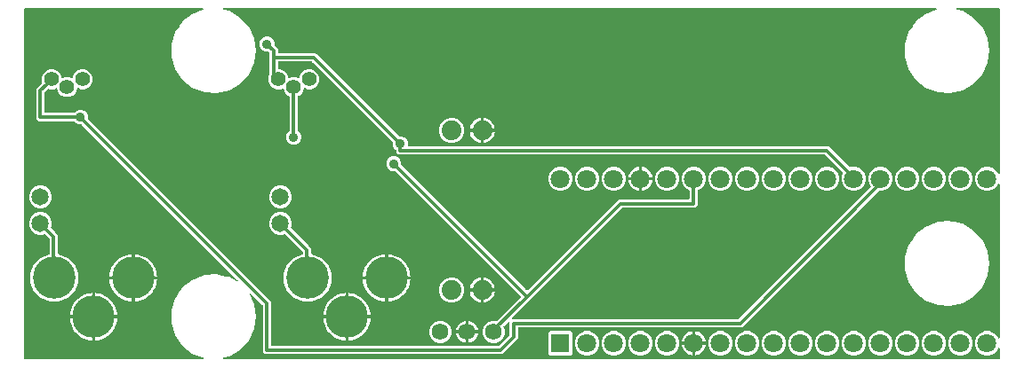
<source format=gbr>
G04 EAGLE Gerber RS-274X export*
G75*
%MOMM*%
%FSLAX34Y34*%
%LPD*%
%INBottom Copper*%
%IPPOS*%
%AMOC8*
5,1,8,0,0,1.08239X$1,22.5*%
G01*
%ADD10C,1.651000*%
%ADD11R,1.800000X1.800000*%
%ADD12C,1.800000*%
%ADD13C,1.590000*%
%ADD14C,4.039000*%
%ADD15C,1.879600*%
%ADD16C,1.388000*%
%ADD17C,1.400000*%
%ADD18C,0.304800*%
%ADD19C,0.914400*%

G36*
X180152Y-2522D02*
X180152Y-2522D01*
X180256Y-2511D01*
X180273Y-2503D01*
X180292Y-2500D01*
X180384Y-2451D01*
X180479Y-2406D01*
X180493Y-2393D01*
X180509Y-2384D01*
X180581Y-2309D01*
X180657Y-2237D01*
X180666Y-2220D01*
X180679Y-2206D01*
X180723Y-2111D01*
X180771Y-2019D01*
X180774Y-2000D01*
X180782Y-1983D01*
X180794Y-1879D01*
X180810Y-1776D01*
X180807Y-1757D01*
X180809Y-1739D01*
X180787Y-1637D01*
X180770Y-1534D01*
X180761Y-1517D01*
X180757Y-1498D01*
X180704Y-1409D01*
X180654Y-1316D01*
X180641Y-1303D01*
X180631Y-1287D01*
X180552Y-1219D01*
X180476Y-1148D01*
X180455Y-1137D01*
X180444Y-1127D01*
X180414Y-1115D01*
X180327Y-1069D01*
X170184Y2912D01*
X160715Y10463D01*
X153892Y20470D01*
X150322Y32044D01*
X150322Y44156D01*
X153892Y55730D01*
X155394Y57933D01*
X156432Y59455D01*
X157470Y60978D01*
X159027Y63261D01*
X159027Y63262D01*
X160065Y64784D01*
X160715Y65737D01*
X170184Y73288D01*
X181458Y77713D01*
X193536Y78619D01*
X195494Y78172D01*
X198829Y77411D01*
X198829Y77410D01*
X202164Y76649D01*
X205345Y75923D01*
X212365Y71870D01*
X212388Y71862D01*
X212407Y71848D01*
X212502Y71818D01*
X212595Y71783D01*
X212619Y71782D01*
X212642Y71775D01*
X212741Y71778D01*
X212841Y71774D01*
X212864Y71781D01*
X212888Y71782D01*
X212981Y71816D01*
X213077Y71844D01*
X213097Y71858D01*
X213119Y71866D01*
X213197Y71928D01*
X213278Y71985D01*
X213292Y72005D01*
X213311Y72020D01*
X213365Y72104D01*
X213424Y72183D01*
X213431Y72206D01*
X213444Y72227D01*
X213468Y72323D01*
X213499Y72418D01*
X213498Y72442D01*
X213504Y72465D01*
X213496Y72564D01*
X213495Y72664D01*
X213487Y72686D01*
X213485Y72710D01*
X213446Y72802D01*
X213413Y72896D01*
X213398Y72915D01*
X213389Y72937D01*
X213284Y73068D01*
X65087Y221264D01*
X65013Y221317D01*
X64944Y221377D01*
X64914Y221389D01*
X64888Y221408D01*
X64801Y221435D01*
X64716Y221469D01*
X64675Y221473D01*
X64652Y221480D01*
X64620Y221479D01*
X64549Y221487D01*
X62085Y221487D01*
X59471Y222570D01*
X57729Y224312D01*
X57655Y224365D01*
X57585Y224425D01*
X57555Y224437D01*
X57529Y224456D01*
X57442Y224483D01*
X57357Y224517D01*
X57316Y224521D01*
X57294Y224528D01*
X57262Y224527D01*
X57190Y224535D01*
X23716Y224535D01*
X21335Y226916D01*
X21335Y255684D01*
X26784Y261132D01*
X26852Y261227D01*
X26922Y261321D01*
X26924Y261327D01*
X26927Y261332D01*
X26962Y261443D01*
X26998Y261555D01*
X26998Y261561D01*
X27000Y261567D01*
X26997Y261684D01*
X26996Y261801D01*
X26993Y261808D01*
X26993Y261813D01*
X26987Y261830D01*
X26949Y261962D01*
X26559Y262902D01*
X26559Y266698D01*
X28012Y270204D01*
X30696Y272888D01*
X34202Y274341D01*
X37998Y274341D01*
X41504Y272888D01*
X44188Y270204D01*
X45641Y266698D01*
X45641Y266629D01*
X45648Y266584D01*
X45646Y266538D01*
X45668Y266463D01*
X45680Y266386D01*
X45702Y266346D01*
X45715Y266302D01*
X45759Y266238D01*
X45796Y266169D01*
X45829Y266137D01*
X45855Y266100D01*
X45917Y266053D01*
X45974Y266000D01*
X46016Y265980D01*
X46052Y265953D01*
X46126Y265929D01*
X46197Y265896D01*
X46243Y265891D01*
X46286Y265877D01*
X46364Y265877D01*
X46441Y265869D01*
X46486Y265879D01*
X46532Y265879D01*
X46664Y265917D01*
X46682Y265921D01*
X46686Y265924D01*
X46693Y265926D01*
X48902Y266841D01*
X52698Y266841D01*
X54967Y265901D01*
X55011Y265890D01*
X55053Y265871D01*
X55130Y265863D01*
X55206Y265845D01*
X55252Y265849D01*
X55297Y265844D01*
X55374Y265861D01*
X55451Y265868D01*
X55493Y265886D01*
X55538Y265896D01*
X55605Y265936D01*
X55676Y265968D01*
X55710Y265999D01*
X55749Y266022D01*
X55799Y266081D01*
X55857Y266134D01*
X55879Y266174D01*
X55909Y266209D01*
X55938Y266282D01*
X55975Y266350D01*
X55984Y266395D01*
X56001Y266437D01*
X56016Y266573D01*
X56019Y266592D01*
X56018Y266597D01*
X56019Y266604D01*
X56019Y266686D01*
X57463Y270170D01*
X60130Y272837D01*
X63614Y274281D01*
X67386Y274281D01*
X70870Y272837D01*
X73537Y270170D01*
X74981Y266686D01*
X74981Y262914D01*
X73537Y259430D01*
X70870Y256763D01*
X67386Y255319D01*
X63614Y255319D01*
X61393Y256239D01*
X61349Y256250D01*
X61307Y256269D01*
X61230Y256278D01*
X61154Y256295D01*
X61108Y256291D01*
X61063Y256296D01*
X60986Y256280D01*
X60909Y256272D01*
X60867Y256254D01*
X60822Y256244D01*
X60755Y256204D01*
X60684Y256172D01*
X60650Y256141D01*
X60611Y256118D01*
X60560Y256059D01*
X60503Y256006D01*
X60481Y255966D01*
X60451Y255931D01*
X60422Y255859D01*
X60385Y255790D01*
X60377Y255746D01*
X60369Y255730D01*
X60368Y255725D01*
X60359Y255703D01*
X60344Y255567D01*
X60341Y255548D01*
X60342Y255543D01*
X60341Y255536D01*
X60341Y255402D01*
X58888Y251896D01*
X56204Y249212D01*
X52698Y247759D01*
X48902Y247759D01*
X45396Y249212D01*
X42712Y251896D01*
X41259Y255402D01*
X41259Y255471D01*
X41252Y255516D01*
X41254Y255562D01*
X41232Y255637D01*
X41220Y255714D01*
X41198Y255754D01*
X41185Y255798D01*
X41141Y255862D01*
X41104Y255931D01*
X41071Y255963D01*
X41045Y256000D01*
X40983Y256047D01*
X40926Y256100D01*
X40884Y256120D01*
X40848Y256147D01*
X40774Y256171D01*
X40703Y256204D01*
X40657Y256209D01*
X40614Y256223D01*
X40536Y256223D01*
X40459Y256231D01*
X40414Y256221D01*
X40368Y256221D01*
X40236Y256183D01*
X40218Y256179D01*
X40214Y256176D01*
X40207Y256174D01*
X37998Y255259D01*
X34202Y255259D01*
X33403Y255590D01*
X33290Y255617D01*
X33176Y255645D01*
X33170Y255645D01*
X33164Y255646D01*
X33047Y255635D01*
X32931Y255626D01*
X32925Y255624D01*
X32919Y255623D01*
X32811Y255575D01*
X32705Y255530D01*
X32699Y255525D01*
X32694Y255523D01*
X32680Y255511D01*
X32574Y255425D01*
X29688Y252539D01*
X29635Y252465D01*
X29575Y252396D01*
X29563Y252366D01*
X29544Y252340D01*
X29517Y252252D01*
X29483Y252168D01*
X29479Y252127D01*
X29472Y252104D01*
X29473Y252072D01*
X29465Y252001D01*
X29465Y233426D01*
X29466Y233415D01*
X29466Y233409D01*
X29467Y233401D01*
X29466Y233387D01*
X29488Y233285D01*
X29504Y233183D01*
X29514Y233166D01*
X29518Y233146D01*
X29571Y233057D01*
X29620Y232966D01*
X29634Y232952D01*
X29644Y232935D01*
X29723Y232868D01*
X29798Y232796D01*
X29816Y232788D01*
X29831Y232775D01*
X29927Y232736D01*
X30021Y232693D01*
X30041Y232691D01*
X30059Y232683D01*
X30226Y232665D01*
X57190Y232665D01*
X57281Y232679D01*
X57371Y232687D01*
X57401Y232699D01*
X57433Y232704D01*
X57514Y232747D01*
X57598Y232783D01*
X57630Y232809D01*
X57651Y232820D01*
X57671Y232841D01*
X57673Y232842D01*
X57677Y232847D01*
X57729Y232888D01*
X59471Y234630D01*
X62085Y235713D01*
X64915Y235713D01*
X67529Y234630D01*
X69530Y232629D01*
X70613Y230015D01*
X70613Y227551D01*
X70627Y227461D01*
X70635Y227370D01*
X70647Y227340D01*
X70652Y227308D01*
X70695Y227228D01*
X70731Y227144D01*
X70757Y227112D01*
X70768Y227091D01*
X70791Y227069D01*
X70836Y227013D01*
X245365Y52484D01*
X245365Y11176D01*
X245368Y11156D01*
X245366Y11137D01*
X245388Y11035D01*
X245404Y10933D01*
X245414Y10916D01*
X245418Y10896D01*
X245471Y10807D01*
X245520Y10716D01*
X245534Y10702D01*
X245544Y10685D01*
X245623Y10618D01*
X245698Y10546D01*
X245716Y10538D01*
X245731Y10525D01*
X245827Y10486D01*
X245921Y10443D01*
X245941Y10441D01*
X245959Y10433D01*
X246126Y10415D01*
X461551Y10415D01*
X461641Y10429D01*
X461732Y10437D01*
X461762Y10449D01*
X461794Y10454D01*
X461874Y10497D01*
X461958Y10533D01*
X461990Y10559D01*
X462011Y10570D01*
X462033Y10593D01*
X462089Y10638D01*
X471962Y20511D01*
X472015Y20585D01*
X472075Y20654D01*
X472087Y20684D01*
X472106Y20710D01*
X472133Y20797D01*
X472146Y20830D01*
X472157Y20855D01*
X472158Y20860D01*
X472167Y20882D01*
X472171Y20923D01*
X472178Y20946D01*
X472177Y20978D01*
X472185Y21049D01*
X472185Y32799D01*
X472174Y32870D01*
X472172Y32942D01*
X472154Y32991D01*
X472146Y33042D01*
X472112Y33105D01*
X472087Y33173D01*
X472055Y33213D01*
X472030Y33259D01*
X471979Y33309D01*
X471934Y33365D01*
X471890Y33393D01*
X471852Y33429D01*
X471787Y33459D01*
X471727Y33498D01*
X471676Y33510D01*
X471629Y33532D01*
X471558Y33540D01*
X471488Y33558D01*
X471436Y33554D01*
X471385Y33559D01*
X471314Y33544D01*
X471243Y33538D01*
X471195Y33518D01*
X471144Y33507D01*
X471083Y33470D01*
X471017Y33442D01*
X470961Y33397D01*
X470933Y33381D01*
X470918Y33363D01*
X470886Y33337D01*
X466745Y29197D01*
X466702Y29136D01*
X466667Y29100D01*
X466654Y29071D01*
X466607Y29008D01*
X466605Y29002D01*
X466602Y28997D01*
X466568Y28886D01*
X466567Y28883D01*
X466564Y28877D01*
X466563Y28873D01*
X466531Y28774D01*
X466531Y28768D01*
X466529Y28762D01*
X466533Y28645D01*
X466534Y28529D01*
X466536Y28521D01*
X466536Y28516D01*
X466542Y28499D01*
X466580Y28367D01*
X467691Y25687D01*
X467691Y21513D01*
X466094Y17657D01*
X463143Y14706D01*
X459287Y13109D01*
X455113Y13109D01*
X451257Y14706D01*
X448306Y17657D01*
X446709Y21513D01*
X446709Y25687D01*
X448306Y29543D01*
X451257Y32494D01*
X455113Y34091D01*
X459287Y34091D01*
X459422Y34035D01*
X459535Y34008D01*
X459649Y33980D01*
X459655Y33980D01*
X459661Y33979D01*
X459778Y33990D01*
X459894Y33999D01*
X459900Y34001D01*
X459906Y34002D01*
X460014Y34050D01*
X460120Y34095D01*
X460126Y34100D01*
X460131Y34102D01*
X460145Y34114D01*
X460194Y34154D01*
X460197Y34156D01*
X460200Y34159D01*
X460251Y34200D01*
X482663Y56612D01*
X482675Y56628D01*
X482691Y56640D01*
X482747Y56728D01*
X482807Y56811D01*
X482813Y56830D01*
X482824Y56847D01*
X482849Y56948D01*
X482879Y57047D01*
X482879Y57066D01*
X482884Y57086D01*
X482876Y57189D01*
X482873Y57292D01*
X482866Y57311D01*
X482864Y57331D01*
X482824Y57426D01*
X482788Y57523D01*
X482776Y57539D01*
X482768Y57557D01*
X482663Y57688D01*
X363537Y176814D01*
X363463Y176867D01*
X363394Y176927D01*
X363364Y176939D01*
X363338Y176958D01*
X363251Y176985D01*
X363166Y177019D01*
X363125Y177023D01*
X363102Y177030D01*
X363070Y177029D01*
X362999Y177037D01*
X360535Y177037D01*
X357921Y178120D01*
X355920Y180121D01*
X354837Y182735D01*
X354837Y185565D01*
X355920Y188179D01*
X357921Y190180D01*
X360535Y191263D01*
X363365Y191263D01*
X365979Y190180D01*
X367980Y188179D01*
X369063Y185565D01*
X369063Y183101D01*
X369077Y183011D01*
X369085Y182920D01*
X369097Y182890D01*
X369102Y182858D01*
X369145Y182778D01*
X369181Y182694D01*
X369207Y182662D01*
X369218Y182641D01*
X369241Y182619D01*
X369286Y182563D01*
X488412Y63437D01*
X488428Y63425D01*
X488440Y63409D01*
X488528Y63353D01*
X488611Y63293D01*
X488630Y63287D01*
X488647Y63276D01*
X488748Y63251D01*
X488847Y63221D01*
X488866Y63221D01*
X488886Y63216D01*
X488989Y63224D01*
X489092Y63227D01*
X489111Y63234D01*
X489131Y63236D01*
X489226Y63276D01*
X489323Y63312D01*
X489339Y63324D01*
X489357Y63332D01*
X489488Y63437D01*
X573562Y147511D01*
X576166Y150115D01*
X642874Y150115D01*
X642894Y150118D01*
X642913Y150116D01*
X643015Y150138D01*
X643117Y150154D01*
X643134Y150164D01*
X643154Y150168D01*
X643243Y150221D01*
X643334Y150270D01*
X643348Y150284D01*
X643365Y150294D01*
X643432Y150373D01*
X643504Y150448D01*
X643512Y150466D01*
X643525Y150481D01*
X643564Y150577D01*
X643607Y150671D01*
X643609Y150691D01*
X643617Y150709D01*
X643635Y150876D01*
X643635Y158383D01*
X643617Y158497D01*
X643599Y158614D01*
X643597Y158620D01*
X643596Y158626D01*
X643541Y158729D01*
X643488Y158834D01*
X643483Y158838D01*
X643480Y158844D01*
X643396Y158923D01*
X643312Y159006D01*
X643306Y159009D01*
X643302Y159013D01*
X643285Y159021D01*
X643165Y159087D01*
X641163Y159916D01*
X637916Y163163D01*
X636159Y167404D01*
X636159Y171996D01*
X637916Y176237D01*
X641163Y179484D01*
X645404Y181241D01*
X649996Y181241D01*
X654237Y179484D01*
X657484Y176237D01*
X659241Y171996D01*
X659241Y167404D01*
X657484Y163163D01*
X654237Y159916D01*
X652235Y159087D01*
X652135Y159025D01*
X652035Y158965D01*
X652031Y158960D01*
X652026Y158957D01*
X651951Y158867D01*
X651875Y158778D01*
X651873Y158772D01*
X651869Y158768D01*
X651827Y158660D01*
X651783Y158550D01*
X651782Y158543D01*
X651781Y158538D01*
X651780Y158520D01*
X651765Y158383D01*
X651765Y144366D01*
X649384Y141985D01*
X579849Y141985D01*
X579759Y141971D01*
X579668Y141963D01*
X579638Y141951D01*
X579606Y141946D01*
X579526Y141903D01*
X579442Y141867D01*
X579410Y141841D01*
X579389Y141830D01*
X579367Y141807D01*
X579311Y141762D01*
X493238Y55689D01*
X490411Y52862D01*
X474663Y37114D01*
X474621Y37056D01*
X474571Y37004D01*
X474549Y36957D01*
X474519Y36915D01*
X474498Y36846D01*
X474468Y36781D01*
X474462Y36729D01*
X474447Y36679D01*
X474449Y36608D01*
X474441Y36537D01*
X474452Y36486D01*
X474453Y36434D01*
X474478Y36366D01*
X474493Y36296D01*
X474520Y36252D01*
X474538Y36203D01*
X474582Y36147D01*
X474619Y36085D01*
X474659Y36051D01*
X474691Y36011D01*
X474752Y35972D01*
X474806Y35925D01*
X474854Y35906D01*
X474898Y35878D01*
X474968Y35860D01*
X475034Y35833D01*
X475106Y35825D01*
X475137Y35817D01*
X475160Y35819D01*
X475201Y35815D01*
X690151Y35815D01*
X690241Y35829D01*
X690332Y35837D01*
X690362Y35849D01*
X690394Y35854D01*
X690474Y35897D01*
X690558Y35933D01*
X690590Y35959D01*
X690611Y35970D01*
X690633Y35993D01*
X690689Y36038D01*
X816227Y161575D01*
X816239Y161592D01*
X816254Y161604D01*
X816310Y161691D01*
X816371Y161775D01*
X816376Y161794D01*
X816387Y161811D01*
X816412Y161911D01*
X816443Y162010D01*
X816442Y162030D01*
X816447Y162049D01*
X816439Y162152D01*
X816437Y162256D01*
X816430Y162275D01*
X816428Y162295D01*
X816388Y162390D01*
X816352Y162487D01*
X816340Y162503D01*
X816332Y162521D01*
X816227Y162652D01*
X815716Y163163D01*
X813959Y167404D01*
X813959Y171996D01*
X815716Y176237D01*
X818963Y179484D01*
X823204Y181241D01*
X827796Y181241D01*
X832037Y179484D01*
X835284Y176237D01*
X837041Y171996D01*
X837041Y167404D01*
X835284Y163163D01*
X832037Y159916D01*
X827796Y158159D01*
X824623Y158159D01*
X824533Y158145D01*
X824442Y158137D01*
X824412Y158125D01*
X824380Y158120D01*
X824300Y158077D01*
X824216Y158041D01*
X824184Y158015D01*
X824163Y158004D01*
X824141Y157981D01*
X824085Y157936D01*
X696438Y30289D01*
X693834Y27685D01*
X481076Y27685D01*
X481056Y27682D01*
X481037Y27684D01*
X480935Y27662D01*
X480833Y27646D01*
X480816Y27636D01*
X480796Y27632D01*
X480707Y27579D01*
X480616Y27530D01*
X480602Y27516D01*
X480585Y27506D01*
X480518Y27427D01*
X480446Y27352D01*
X480438Y27334D01*
X480425Y27319D01*
X480386Y27223D01*
X480343Y27129D01*
X480341Y27109D01*
X480333Y27091D01*
X480315Y26924D01*
X480315Y17366D01*
X465234Y2285D01*
X239616Y2285D01*
X237235Y4666D01*
X237235Y48801D01*
X237221Y48891D01*
X237213Y48982D01*
X237201Y49012D01*
X237196Y49044D01*
X237153Y49124D01*
X237117Y49208D01*
X237091Y49240D01*
X237080Y49261D01*
X237057Y49283D01*
X237012Y49339D01*
X226041Y60311D01*
X225945Y60379D01*
X225849Y60450D01*
X225845Y60452D01*
X225841Y60454D01*
X225728Y60489D01*
X225615Y60525D01*
X225610Y60525D01*
X225606Y60527D01*
X225487Y60524D01*
X225369Y60522D01*
X225365Y60520D01*
X225360Y60520D01*
X225247Y60479D01*
X225137Y60440D01*
X225133Y60438D01*
X225129Y60436D01*
X225036Y60361D01*
X224943Y60289D01*
X224941Y60285D01*
X224937Y60282D01*
X224873Y60182D01*
X224808Y60084D01*
X224807Y60079D01*
X224804Y60075D01*
X224775Y59961D01*
X224745Y59846D01*
X224745Y59841D01*
X224744Y59837D01*
X224753Y59720D01*
X224761Y59600D01*
X224763Y59595D01*
X224763Y59592D01*
X224769Y59578D01*
X224817Y59442D01*
X229327Y50077D01*
X231132Y38100D01*
X229327Y26123D01*
X224072Y15211D01*
X215834Y6332D01*
X205345Y277D01*
X199594Y-1036D01*
X199559Y-1050D01*
X199521Y-1057D01*
X199445Y-1096D01*
X199366Y-1129D01*
X199337Y-1154D01*
X199303Y-1172D01*
X199245Y-1234D01*
X199180Y-1289D01*
X199160Y-1322D01*
X199134Y-1350D01*
X199098Y-1427D01*
X199055Y-1501D01*
X199047Y-1538D01*
X199030Y-1573D01*
X199021Y-1658D01*
X199003Y-1741D01*
X199008Y-1779D01*
X199003Y-1817D01*
X199021Y-1901D01*
X199031Y-1986D01*
X199047Y-2020D01*
X199056Y-2058D01*
X199099Y-2131D01*
X199136Y-2208D01*
X199162Y-2236D01*
X199182Y-2269D01*
X199247Y-2324D01*
X199306Y-2386D01*
X199339Y-2404D01*
X199369Y-2429D01*
X199448Y-2461D01*
X199523Y-2500D01*
X199561Y-2506D01*
X199597Y-2521D01*
X199764Y-2539D01*
X938278Y-2539D01*
X938298Y-2536D01*
X938317Y-2538D01*
X938419Y-2516D01*
X938521Y-2500D01*
X938538Y-2490D01*
X938558Y-2486D01*
X938647Y-2433D01*
X938738Y-2384D01*
X938752Y-2370D01*
X938769Y-2360D01*
X938836Y-2281D01*
X938908Y-2206D01*
X938916Y-2188D01*
X938929Y-2173D01*
X938968Y-2077D01*
X939011Y-1983D01*
X939013Y-1963D01*
X939021Y-1945D01*
X939039Y-1778D01*
X939039Y7540D01*
X939024Y7636D01*
X939014Y7733D01*
X939004Y7757D01*
X939000Y7782D01*
X938954Y7868D01*
X938914Y7957D01*
X938897Y7977D01*
X938884Y8000D01*
X938814Y8067D01*
X938748Y8138D01*
X938725Y8151D01*
X938706Y8169D01*
X938618Y8210D01*
X938532Y8257D01*
X938507Y8262D01*
X938483Y8273D01*
X938386Y8283D01*
X938290Y8301D01*
X938264Y8297D01*
X938239Y8300D01*
X938143Y8279D01*
X938047Y8265D01*
X938024Y8253D01*
X937998Y8248D01*
X937915Y8198D01*
X937828Y8153D01*
X937809Y8135D01*
X937787Y8121D01*
X937724Y8047D01*
X937656Y7978D01*
X937640Y7949D01*
X937627Y7934D01*
X937615Y7904D01*
X937575Y7831D01*
X936884Y6163D01*
X933637Y2916D01*
X929396Y1159D01*
X924804Y1159D01*
X920563Y2916D01*
X917316Y6163D01*
X915559Y10404D01*
X915559Y14996D01*
X917316Y19237D01*
X920563Y22484D01*
X924804Y24241D01*
X929396Y24241D01*
X933637Y22484D01*
X936884Y19237D01*
X937575Y17569D01*
X937626Y17486D01*
X937672Y17400D01*
X937690Y17382D01*
X937704Y17360D01*
X937780Y17298D01*
X937850Y17231D01*
X937874Y17220D01*
X937894Y17203D01*
X937985Y17168D01*
X938073Y17127D01*
X938099Y17124D01*
X938123Y17115D01*
X938221Y17111D01*
X938317Y17100D01*
X938343Y17106D01*
X938369Y17105D01*
X938463Y17132D01*
X938558Y17152D01*
X938580Y17166D01*
X938605Y17173D01*
X938685Y17229D01*
X938769Y17279D01*
X938786Y17299D01*
X938807Y17313D01*
X938866Y17392D01*
X938929Y17466D01*
X938939Y17490D01*
X938954Y17511D01*
X938984Y17603D01*
X939021Y17694D01*
X939024Y17726D01*
X939030Y17745D01*
X939030Y17778D01*
X939039Y17860D01*
X939039Y164540D01*
X939024Y164636D01*
X939014Y164733D01*
X939004Y164757D01*
X939000Y164782D01*
X938954Y164868D01*
X938914Y164957D01*
X938897Y164977D01*
X938884Y165000D01*
X938814Y165067D01*
X938748Y165138D01*
X938725Y165151D01*
X938706Y165169D01*
X938618Y165210D01*
X938532Y165257D01*
X938507Y165262D01*
X938483Y165273D01*
X938386Y165283D01*
X938290Y165301D01*
X938264Y165297D01*
X938239Y165300D01*
X938143Y165279D01*
X938047Y165265D01*
X938024Y165253D01*
X937998Y165248D01*
X937915Y165198D01*
X937828Y165153D01*
X937809Y165135D01*
X937787Y165121D01*
X937724Y165047D01*
X937656Y164978D01*
X937640Y164949D01*
X937627Y164934D01*
X937615Y164904D01*
X937575Y164831D01*
X936884Y163163D01*
X933637Y159916D01*
X929396Y158159D01*
X924804Y158159D01*
X920563Y159916D01*
X917316Y163163D01*
X915559Y167404D01*
X915559Y171996D01*
X917316Y176237D01*
X920563Y179484D01*
X924804Y181241D01*
X929396Y181241D01*
X933637Y179484D01*
X936884Y176237D01*
X937575Y174569D01*
X937626Y174486D01*
X937672Y174400D01*
X937690Y174382D01*
X937704Y174360D01*
X937780Y174298D01*
X937850Y174231D01*
X937874Y174220D01*
X937894Y174203D01*
X937985Y174168D01*
X938073Y174127D01*
X938099Y174124D01*
X938123Y174115D01*
X938221Y174111D01*
X938317Y174100D01*
X938343Y174106D01*
X938369Y174105D01*
X938463Y174132D01*
X938558Y174152D01*
X938580Y174166D01*
X938605Y174173D01*
X938685Y174229D01*
X938769Y174279D01*
X938786Y174299D01*
X938807Y174313D01*
X938866Y174392D01*
X938929Y174466D01*
X938939Y174490D01*
X938954Y174511D01*
X938984Y174603D01*
X939021Y174694D01*
X939024Y174726D01*
X939030Y174745D01*
X939030Y174778D01*
X939039Y174860D01*
X939039Y331878D01*
X939036Y331898D01*
X939038Y331917D01*
X939016Y332019D01*
X939000Y332121D01*
X938990Y332138D01*
X938986Y332158D01*
X938933Y332247D01*
X938884Y332338D01*
X938870Y332352D01*
X938860Y332369D01*
X938781Y332436D01*
X938706Y332508D01*
X938688Y332516D01*
X938673Y332529D01*
X938577Y332568D01*
X938483Y332611D01*
X938463Y332613D01*
X938445Y332621D01*
X938278Y332639D01*
X898702Y332639D01*
X898664Y332633D01*
X898626Y332635D01*
X898543Y332613D01*
X898459Y332600D01*
X898425Y332582D01*
X898388Y332572D01*
X898317Y332524D01*
X898242Y332484D01*
X898215Y332457D01*
X898183Y332435D01*
X898131Y332368D01*
X898072Y332306D01*
X898056Y332271D01*
X898033Y332241D01*
X898005Y332160D01*
X897969Y332083D01*
X897964Y332045D01*
X897952Y332009D01*
X897951Y331923D01*
X897941Y331839D01*
X897950Y331801D01*
X897949Y331763D01*
X897976Y331682D01*
X897994Y331598D01*
X898013Y331565D01*
X898025Y331529D01*
X898076Y331460D01*
X898120Y331387D01*
X898149Y331362D01*
X898172Y331331D01*
X898242Y331283D01*
X898307Y331227D01*
X898342Y331213D01*
X898374Y331191D01*
X898532Y331136D01*
X898535Y331135D01*
X899536Y330907D01*
X902871Y330146D01*
X902871Y330145D01*
X902872Y330145D01*
X903845Y329923D01*
X914334Y323868D01*
X922572Y314989D01*
X927827Y304077D01*
X929632Y292100D01*
X927827Y280123D01*
X922572Y269211D01*
X914334Y260333D01*
X903845Y254277D01*
X892036Y251581D01*
X879958Y252487D01*
X868684Y256912D01*
X859215Y264463D01*
X852392Y274470D01*
X848822Y286044D01*
X848822Y298156D01*
X852392Y309730D01*
X852512Y309906D01*
X852512Y309907D01*
X854069Y312190D01*
X855107Y313713D01*
X856145Y315235D01*
X857702Y317519D01*
X858740Y319041D01*
X858741Y319042D01*
X859215Y319737D01*
X868684Y327288D01*
X878572Y331169D01*
X878662Y331223D01*
X878754Y331272D01*
X878767Y331285D01*
X878784Y331295D01*
X878852Y331374D01*
X878924Y331450D01*
X878932Y331467D01*
X878944Y331482D01*
X878983Y331578D01*
X879027Y331673D01*
X879030Y331692D01*
X879037Y331710D01*
X879043Y331814D01*
X879055Y331917D01*
X879050Y331936D01*
X879052Y331955D01*
X879024Y332056D01*
X879002Y332158D01*
X878992Y332174D01*
X878988Y332192D01*
X878930Y332279D01*
X878876Y332369D01*
X878862Y332381D01*
X878851Y332397D01*
X878769Y332461D01*
X878689Y332529D01*
X878671Y332536D01*
X878656Y332548D01*
X878558Y332582D01*
X878461Y332621D01*
X878438Y332623D01*
X878424Y332628D01*
X878392Y332628D01*
X878294Y332639D01*
X200202Y332639D01*
X200164Y332633D01*
X200126Y332635D01*
X200043Y332613D01*
X199959Y332600D01*
X199925Y332582D01*
X199888Y332572D01*
X199817Y332524D01*
X199742Y332484D01*
X199715Y332457D01*
X199683Y332435D01*
X199631Y332368D01*
X199572Y332306D01*
X199556Y332271D01*
X199533Y332241D01*
X199505Y332160D01*
X199469Y332083D01*
X199464Y332045D01*
X199452Y332009D01*
X199451Y331923D01*
X199441Y331839D01*
X199450Y331801D01*
X199449Y331763D01*
X199476Y331682D01*
X199494Y331598D01*
X199513Y331565D01*
X199525Y331529D01*
X199576Y331460D01*
X199620Y331387D01*
X199649Y331362D01*
X199672Y331331D01*
X199742Y331283D01*
X199807Y331227D01*
X199842Y331213D01*
X199874Y331191D01*
X200032Y331136D01*
X200035Y331135D01*
X201036Y330907D01*
X204371Y330146D01*
X204371Y330145D01*
X204372Y330145D01*
X205345Y329923D01*
X215834Y323867D01*
X224072Y314989D01*
X229327Y304077D01*
X231132Y292100D01*
X229327Y280123D01*
X224072Y269211D01*
X215834Y260333D01*
X205345Y254277D01*
X193536Y251581D01*
X181459Y252487D01*
X170184Y256912D01*
X160714Y264463D01*
X153892Y274470D01*
X150322Y286044D01*
X150322Y298156D01*
X153892Y309730D01*
X154012Y309906D01*
X154012Y309907D01*
X155569Y312190D01*
X156607Y313713D01*
X157645Y315235D01*
X159202Y317519D01*
X160240Y319041D01*
X160241Y319042D01*
X160715Y319737D01*
X170184Y327288D01*
X180072Y331169D01*
X180162Y331223D01*
X180254Y331272D01*
X180267Y331285D01*
X180284Y331295D01*
X180352Y331374D01*
X180424Y331450D01*
X180432Y331467D01*
X180444Y331482D01*
X180483Y331578D01*
X180527Y331673D01*
X180530Y331692D01*
X180537Y331710D01*
X180543Y331814D01*
X180555Y331917D01*
X180551Y331936D01*
X180552Y331955D01*
X180525Y332056D01*
X180502Y332158D01*
X180493Y332174D01*
X180488Y332192D01*
X180430Y332279D01*
X180376Y332369D01*
X180362Y332381D01*
X180351Y332397D01*
X180269Y332461D01*
X180189Y332529D01*
X180172Y332536D01*
X180157Y332548D01*
X180058Y332582D01*
X179961Y332621D01*
X179938Y332623D01*
X179924Y332628D01*
X179892Y332628D01*
X179794Y332639D01*
X10922Y332639D01*
X10902Y332636D01*
X10883Y332638D01*
X10781Y332616D01*
X10679Y332600D01*
X10662Y332590D01*
X10642Y332586D01*
X10553Y332533D01*
X10462Y332484D01*
X10448Y332470D01*
X10431Y332460D01*
X10364Y332381D01*
X10292Y332306D01*
X10284Y332288D01*
X10271Y332273D01*
X10232Y332177D01*
X10189Y332083D01*
X10187Y332063D01*
X10179Y332045D01*
X10161Y331878D01*
X10161Y-1778D01*
X10164Y-1798D01*
X10162Y-1817D01*
X10184Y-1919D01*
X10200Y-2021D01*
X10210Y-2038D01*
X10214Y-2058D01*
X10267Y-2147D01*
X10316Y-2238D01*
X10330Y-2252D01*
X10340Y-2269D01*
X10419Y-2336D01*
X10494Y-2408D01*
X10512Y-2416D01*
X10527Y-2429D01*
X10623Y-2468D01*
X10717Y-2511D01*
X10737Y-2513D01*
X10755Y-2521D01*
X10922Y-2539D01*
X180049Y-2539D01*
X180152Y-2522D01*
G37*
%LPC*%
G36*
X797804Y158159D02*
X797804Y158159D01*
X793563Y159916D01*
X790316Y163163D01*
X788559Y167404D01*
X788559Y171996D01*
X789901Y175236D01*
X789928Y175349D01*
X789957Y175463D01*
X789956Y175469D01*
X789958Y175475D01*
X789947Y175592D01*
X789937Y175708D01*
X789935Y175714D01*
X789934Y175720D01*
X789887Y175828D01*
X789841Y175934D01*
X789836Y175940D01*
X789834Y175945D01*
X789822Y175959D01*
X789736Y176065D01*
X773239Y192562D01*
X773165Y192615D01*
X773096Y192675D01*
X773066Y192687D01*
X773040Y192706D01*
X772953Y192733D01*
X772868Y192767D01*
X772827Y192771D01*
X772804Y192778D01*
X772772Y192777D01*
X772701Y192785D01*
X366616Y192785D01*
X364235Y195166D01*
X364235Y196890D01*
X364221Y196981D01*
X364213Y197071D01*
X364201Y197101D01*
X364196Y197133D01*
X364153Y197214D01*
X364117Y197298D01*
X364091Y197330D01*
X364080Y197351D01*
X364057Y197373D01*
X364044Y197389D01*
X364038Y197399D01*
X364031Y197405D01*
X364012Y197429D01*
X362270Y199171D01*
X361187Y201785D01*
X361187Y204249D01*
X361173Y204339D01*
X361165Y204430D01*
X361153Y204460D01*
X361148Y204492D01*
X361105Y204572D01*
X361069Y204656D01*
X361043Y204688D01*
X361032Y204709D01*
X361009Y204731D01*
X360964Y204787D01*
X284289Y281462D01*
X284215Y281515D01*
X284146Y281575D01*
X284116Y281587D01*
X284090Y281606D01*
X284003Y281633D01*
X283918Y281667D01*
X283877Y281671D01*
X283854Y281678D01*
X283822Y281677D01*
X283751Y281685D01*
X252476Y281685D01*
X252456Y281682D01*
X252437Y281684D01*
X252335Y281662D01*
X252233Y281646D01*
X252216Y281636D01*
X252196Y281632D01*
X252107Y281579D01*
X252016Y281530D01*
X252002Y281516D01*
X251985Y281506D01*
X251918Y281427D01*
X251846Y281352D01*
X251838Y281334D01*
X251825Y281319D01*
X251786Y281223D01*
X251743Y281129D01*
X251741Y281109D01*
X251733Y281091D01*
X251715Y280924D01*
X251715Y275102D01*
X251718Y275082D01*
X251716Y275063D01*
X251738Y274961D01*
X251754Y274859D01*
X251764Y274842D01*
X251768Y274822D01*
X251821Y274733D01*
X251870Y274642D01*
X251884Y274628D01*
X251894Y274611D01*
X251973Y274544D01*
X252048Y274472D01*
X252066Y274464D01*
X252081Y274451D01*
X252177Y274412D01*
X252271Y274369D01*
X252291Y274367D01*
X252309Y274359D01*
X252476Y274341D01*
X253898Y274341D01*
X257404Y272888D01*
X260088Y270204D01*
X261541Y266698D01*
X261541Y266629D01*
X261548Y266584D01*
X261546Y266538D01*
X261568Y266463D01*
X261580Y266386D01*
X261602Y266346D01*
X261615Y266302D01*
X261659Y266238D01*
X261696Y266169D01*
X261729Y266137D01*
X261755Y266100D01*
X261817Y266053D01*
X261874Y266000D01*
X261916Y265980D01*
X261952Y265953D01*
X262026Y265929D01*
X262097Y265896D01*
X262143Y265891D01*
X262186Y265877D01*
X262264Y265877D01*
X262341Y265869D01*
X262386Y265879D01*
X262432Y265879D01*
X262564Y265917D01*
X262582Y265921D01*
X262586Y265924D01*
X262593Y265926D01*
X264802Y266841D01*
X268598Y266841D01*
X270867Y265901D01*
X270911Y265890D01*
X270953Y265871D01*
X271030Y265863D01*
X271106Y265845D01*
X271152Y265849D01*
X271197Y265844D01*
X271274Y265861D01*
X271351Y265868D01*
X271393Y265886D01*
X271438Y265896D01*
X271505Y265936D01*
X271576Y265968D01*
X271610Y265999D01*
X271649Y266022D01*
X271699Y266081D01*
X271757Y266134D01*
X271779Y266174D01*
X271809Y266209D01*
X271838Y266282D01*
X271875Y266350D01*
X271884Y266395D01*
X271901Y266437D01*
X271916Y266573D01*
X271919Y266592D01*
X271918Y266597D01*
X271919Y266604D01*
X271919Y266686D01*
X273363Y270170D01*
X276030Y272837D01*
X279514Y274281D01*
X283286Y274281D01*
X286770Y272837D01*
X289437Y270170D01*
X290881Y266686D01*
X290881Y262914D01*
X289437Y259430D01*
X286770Y256763D01*
X283286Y255319D01*
X279514Y255319D01*
X277293Y256239D01*
X277249Y256250D01*
X277207Y256269D01*
X277130Y256278D01*
X277054Y256295D01*
X277008Y256291D01*
X276963Y256296D01*
X276886Y256280D01*
X276809Y256272D01*
X276767Y256254D01*
X276722Y256244D01*
X276655Y256204D01*
X276584Y256172D01*
X276550Y256141D01*
X276511Y256118D01*
X276460Y256059D01*
X276403Y256006D01*
X276381Y255966D01*
X276351Y255931D01*
X276322Y255859D01*
X276285Y255790D01*
X276277Y255746D01*
X276269Y255730D01*
X276268Y255725D01*
X276259Y255703D01*
X276244Y255567D01*
X276241Y255548D01*
X276242Y255543D01*
X276241Y255536D01*
X276241Y255402D01*
X274788Y251896D01*
X272104Y249212D01*
X271235Y248852D01*
X271135Y248790D01*
X271035Y248730D01*
X271031Y248725D01*
X271026Y248722D01*
X270951Y248631D01*
X270875Y248543D01*
X270873Y248537D01*
X270869Y248532D01*
X270827Y248424D01*
X270783Y248315D01*
X270782Y248307D01*
X270781Y248303D01*
X270780Y248285D01*
X270765Y248148D01*
X270765Y215860D01*
X270779Y215769D01*
X270787Y215679D01*
X270799Y215649D01*
X270804Y215617D01*
X270847Y215536D01*
X270883Y215452D01*
X270909Y215420D01*
X270920Y215399D01*
X270943Y215377D01*
X270988Y215321D01*
X272730Y213579D01*
X273813Y210965D01*
X273813Y208135D01*
X272730Y205521D01*
X270729Y203520D01*
X268115Y202437D01*
X265285Y202437D01*
X262671Y203520D01*
X260670Y205521D01*
X259587Y208135D01*
X259587Y210965D01*
X260670Y213579D01*
X262412Y215321D01*
X262465Y215395D01*
X262525Y215465D01*
X262537Y215495D01*
X262556Y215521D01*
X262583Y215608D01*
X262617Y215693D01*
X262621Y215734D01*
X262628Y215756D01*
X262627Y215788D01*
X262635Y215860D01*
X262635Y248148D01*
X262616Y248263D01*
X262599Y248379D01*
X262597Y248385D01*
X262596Y248391D01*
X262541Y248494D01*
X262488Y248598D01*
X262483Y248603D01*
X262480Y248608D01*
X262396Y248688D01*
X262312Y248771D01*
X262306Y248774D01*
X262302Y248778D01*
X262285Y248786D01*
X262165Y248852D01*
X261296Y249212D01*
X258612Y251896D01*
X257159Y255402D01*
X257159Y255471D01*
X257152Y255516D01*
X257154Y255562D01*
X257132Y255637D01*
X257120Y255714D01*
X257098Y255754D01*
X257085Y255798D01*
X257041Y255862D01*
X257004Y255931D01*
X256971Y255963D01*
X256945Y256000D01*
X256883Y256047D01*
X256826Y256100D01*
X256784Y256120D01*
X256748Y256147D01*
X256674Y256171D01*
X256603Y256204D01*
X256557Y256209D01*
X256514Y256223D01*
X256436Y256223D01*
X256359Y256231D01*
X256314Y256221D01*
X256268Y256221D01*
X256136Y256183D01*
X256118Y256179D01*
X256114Y256176D01*
X256107Y256174D01*
X253898Y255259D01*
X250102Y255259D01*
X246596Y256712D01*
X243912Y259396D01*
X242459Y262902D01*
X242459Y266698D01*
X243527Y269276D01*
X243542Y269340D01*
X243567Y269401D01*
X243576Y269484D01*
X243583Y269516D01*
X243582Y269535D01*
X243585Y269568D01*
X243585Y290101D01*
X243571Y290191D01*
X243563Y290282D01*
X243551Y290312D01*
X243546Y290344D01*
X243503Y290424D01*
X243467Y290508D01*
X243441Y290541D01*
X243430Y290561D01*
X243407Y290583D01*
X243362Y290639D01*
X242887Y291114D01*
X242813Y291168D01*
X242744Y291227D01*
X242714Y291239D01*
X242688Y291258D01*
X242601Y291285D01*
X242516Y291319D01*
X242475Y291323D01*
X242453Y291330D01*
X242420Y291329D01*
X242349Y291337D01*
X239885Y291337D01*
X237271Y292420D01*
X235270Y294421D01*
X234187Y297035D01*
X234187Y299865D01*
X235270Y302479D01*
X237271Y304480D01*
X239885Y305563D01*
X242715Y305563D01*
X245329Y304480D01*
X247330Y302479D01*
X248413Y299865D01*
X248413Y297401D01*
X248427Y297311D01*
X248435Y297220D01*
X248447Y297190D01*
X248452Y297158D01*
X248472Y297121D01*
X248474Y297113D01*
X248495Y297078D01*
X248531Y296994D01*
X248557Y296961D01*
X248568Y296941D01*
X248589Y296920D01*
X248600Y296902D01*
X248613Y296891D01*
X248636Y296863D01*
X249111Y296388D01*
X251715Y293784D01*
X251715Y290576D01*
X251718Y290556D01*
X251716Y290537D01*
X251738Y290435D01*
X251754Y290333D01*
X251764Y290316D01*
X251768Y290296D01*
X251821Y290207D01*
X251870Y290116D01*
X251884Y290102D01*
X251894Y290085D01*
X251973Y290018D01*
X252048Y289946D01*
X252066Y289938D01*
X252081Y289925D01*
X252177Y289886D01*
X252271Y289843D01*
X252291Y289841D01*
X252309Y289833D01*
X252476Y289815D01*
X287434Y289815D01*
X366713Y210536D01*
X366787Y210483D01*
X366856Y210423D01*
X366886Y210411D01*
X366912Y210392D01*
X366999Y210365D01*
X367084Y210331D01*
X367125Y210327D01*
X367148Y210320D01*
X367180Y210321D01*
X367251Y210313D01*
X369715Y210313D01*
X372329Y209230D01*
X374330Y207229D01*
X375413Y204615D01*
X375413Y201676D01*
X375416Y201656D01*
X375414Y201637D01*
X375436Y201535D01*
X375452Y201433D01*
X375462Y201416D01*
X375466Y201396D01*
X375519Y201307D01*
X375568Y201216D01*
X375582Y201202D01*
X375592Y201185D01*
X375671Y201118D01*
X375746Y201046D01*
X375764Y201038D01*
X375779Y201025D01*
X375875Y200986D01*
X375969Y200943D01*
X375989Y200941D01*
X376007Y200933D01*
X376174Y200915D01*
X776384Y200915D01*
X796210Y181089D01*
X796304Y181021D01*
X796398Y180951D01*
X796404Y180949D01*
X796409Y180945D01*
X796520Y180911D01*
X796632Y180875D01*
X796638Y180875D01*
X796644Y180873D01*
X796761Y180876D01*
X796878Y180877D01*
X796885Y180879D01*
X796890Y180879D01*
X796908Y180886D01*
X797039Y180924D01*
X797804Y181241D01*
X802396Y181241D01*
X806637Y179484D01*
X809884Y176237D01*
X811641Y171996D01*
X811641Y167404D01*
X809884Y163163D01*
X806637Y159916D01*
X802396Y158159D01*
X797804Y158159D01*
G37*
%LPD*%
%LPC*%
G36*
X879958Y49287D02*
X879958Y49287D01*
X868684Y53712D01*
X859215Y61263D01*
X852392Y71270D01*
X848822Y82844D01*
X848822Y94956D01*
X852392Y106530D01*
X852476Y106653D01*
X852995Y107414D01*
X853514Y108175D01*
X854033Y108936D01*
X854033Y108937D01*
X854552Y109698D01*
X855071Y110459D01*
X855590Y111220D01*
X856109Y111981D01*
X856109Y111982D01*
X856628Y112743D01*
X857147Y113504D01*
X857666Y114265D01*
X858185Y115026D01*
X858185Y115027D01*
X858704Y115788D01*
X859215Y116537D01*
X868684Y124088D01*
X879958Y128513D01*
X892036Y129419D01*
X893101Y129175D01*
X896436Y128414D01*
X896437Y128414D01*
X899772Y127653D01*
X903107Y126892D01*
X903845Y126723D01*
X914334Y120667D01*
X922572Y111789D01*
X927827Y100877D01*
X929632Y88900D01*
X927827Y76923D01*
X922572Y66011D01*
X914334Y57133D01*
X903845Y51077D01*
X892036Y48381D01*
X879958Y49287D01*
G37*
%LPD*%
%LPC*%
G36*
X275478Y52364D02*
X275478Y52364D01*
X267121Y55826D01*
X260726Y62221D01*
X257264Y70578D01*
X257264Y79622D01*
X260726Y87979D01*
X267121Y94374D01*
X274865Y97582D01*
X274965Y97644D01*
X275065Y97704D01*
X275069Y97708D01*
X275074Y97712D01*
X275149Y97802D01*
X275225Y97891D01*
X275227Y97896D01*
X275231Y97901D01*
X275273Y98010D01*
X275317Y98119D01*
X275318Y98126D01*
X275319Y98131D01*
X275320Y98149D01*
X275335Y98285D01*
X275335Y99601D01*
X275321Y99691D01*
X275313Y99782D01*
X275301Y99812D01*
X275296Y99844D01*
X275253Y99924D01*
X275217Y100008D01*
X275191Y100040D01*
X275180Y100061D01*
X275157Y100083D01*
X275112Y100139D01*
X258558Y116694D01*
X258463Y116762D01*
X258369Y116832D01*
X258363Y116834D01*
X258358Y116838D01*
X258247Y116872D01*
X258135Y116908D01*
X258129Y116908D01*
X258123Y116910D01*
X258006Y116907D01*
X257889Y116906D01*
X257882Y116904D01*
X257877Y116904D01*
X257860Y116897D01*
X257728Y116859D01*
X256147Y116204D01*
X251853Y116204D01*
X247885Y117848D01*
X244848Y120885D01*
X243204Y124853D01*
X243204Y129147D01*
X244848Y133115D01*
X247885Y136152D01*
X251853Y137796D01*
X256147Y137796D01*
X260115Y136152D01*
X263152Y133115D01*
X264796Y129147D01*
X264796Y124853D01*
X264141Y123272D01*
X264114Y123158D01*
X264086Y123045D01*
X264086Y123039D01*
X264085Y123033D01*
X264096Y122916D01*
X264105Y122800D01*
X264107Y122794D01*
X264108Y122788D01*
X264156Y122680D01*
X264201Y122573D01*
X264206Y122567D01*
X264208Y122563D01*
X264221Y122549D01*
X264306Y122442D01*
X280861Y105888D01*
X283465Y103284D01*
X283465Y98597D01*
X283468Y98577D01*
X283466Y98558D01*
X283488Y98456D01*
X283504Y98354D01*
X283514Y98337D01*
X283518Y98317D01*
X283571Y98228D01*
X283620Y98137D01*
X283634Y98123D01*
X283644Y98106D01*
X283723Y98039D01*
X283798Y97967D01*
X283816Y97959D01*
X283831Y97946D01*
X283927Y97907D01*
X284021Y97864D01*
X284041Y97862D01*
X284059Y97854D01*
X284226Y97836D01*
X284522Y97836D01*
X292879Y94374D01*
X299274Y87979D01*
X302736Y79622D01*
X302736Y70578D01*
X299274Y62221D01*
X292879Y55826D01*
X284522Y52364D01*
X275478Y52364D01*
G37*
%LPD*%
%LPC*%
G36*
X34178Y52364D02*
X34178Y52364D01*
X25821Y55826D01*
X19426Y62221D01*
X15964Y70578D01*
X15964Y79622D01*
X19426Y87979D01*
X25821Y94374D01*
X33565Y97582D01*
X33665Y97644D01*
X33765Y97704D01*
X33769Y97708D01*
X33774Y97712D01*
X33849Y97802D01*
X33925Y97891D01*
X33927Y97896D01*
X33931Y97901D01*
X33973Y98010D01*
X34017Y98119D01*
X34018Y98126D01*
X34019Y98131D01*
X34020Y98149D01*
X34035Y98285D01*
X34035Y112301D01*
X34021Y112391D01*
X34013Y112482D01*
X34001Y112512D01*
X33996Y112544D01*
X33953Y112624D01*
X33917Y112708D01*
X33891Y112740D01*
X33880Y112761D01*
X33857Y112783D01*
X33812Y112839D01*
X29958Y116694D01*
X29862Y116762D01*
X29769Y116832D01*
X29763Y116834D01*
X29758Y116838D01*
X29647Y116872D01*
X29535Y116908D01*
X29529Y116908D01*
X29523Y116910D01*
X29406Y116907D01*
X29289Y116906D01*
X29282Y116904D01*
X29277Y116904D01*
X29260Y116897D01*
X29128Y116859D01*
X27547Y116204D01*
X23253Y116204D01*
X19285Y117848D01*
X16248Y120885D01*
X14604Y124853D01*
X14604Y129147D01*
X16248Y133115D01*
X19285Y136152D01*
X23253Y137796D01*
X27547Y137796D01*
X31515Y136152D01*
X34552Y133115D01*
X36196Y129147D01*
X36196Y124853D01*
X35541Y123272D01*
X35514Y123158D01*
X35486Y123045D01*
X35486Y123039D01*
X35485Y123033D01*
X35496Y122916D01*
X35505Y122800D01*
X35507Y122794D01*
X35508Y122788D01*
X35556Y122680D01*
X35601Y122573D01*
X35606Y122567D01*
X35608Y122563D01*
X35620Y122549D01*
X35706Y122442D01*
X39561Y118588D01*
X42165Y115984D01*
X42165Y98597D01*
X42168Y98577D01*
X42166Y98558D01*
X42188Y98456D01*
X42204Y98354D01*
X42214Y98337D01*
X42218Y98317D01*
X42271Y98228D01*
X42320Y98137D01*
X42334Y98123D01*
X42344Y98106D01*
X42423Y98039D01*
X42498Y97967D01*
X42516Y97959D01*
X42531Y97946D01*
X42627Y97907D01*
X42721Y97864D01*
X42741Y97862D01*
X42759Y97854D01*
X42926Y97836D01*
X43222Y97836D01*
X51579Y94374D01*
X57974Y87979D01*
X61436Y79622D01*
X61436Y70578D01*
X57974Y62221D01*
X51579Y55826D01*
X43222Y52364D01*
X34178Y52364D01*
G37*
%LPD*%
%LPC*%
G36*
X510648Y1159D02*
X510648Y1159D01*
X509159Y2648D01*
X509159Y22752D01*
X510648Y24241D01*
X530752Y24241D01*
X532241Y22752D01*
X532241Y2648D01*
X530752Y1159D01*
X510648Y1159D01*
G37*
%LPD*%
%LPC*%
G36*
X414947Y203961D02*
X414947Y203961D01*
X410559Y205779D01*
X407201Y209137D01*
X405383Y213525D01*
X405383Y218275D01*
X407201Y222663D01*
X410559Y226021D01*
X414947Y227839D01*
X419697Y227839D01*
X424085Y226021D01*
X427443Y222663D01*
X429261Y218275D01*
X429261Y213525D01*
X427443Y209137D01*
X424085Y205779D01*
X419697Y203961D01*
X414947Y203961D01*
G37*
%LPD*%
%LPC*%
G36*
X414947Y51561D02*
X414947Y51561D01*
X410559Y53379D01*
X407201Y56737D01*
X405383Y61125D01*
X405383Y65875D01*
X407201Y70263D01*
X410559Y73621D01*
X414947Y75439D01*
X419697Y75439D01*
X424085Y73621D01*
X427443Y70263D01*
X429261Y65875D01*
X429261Y61125D01*
X427443Y56737D01*
X424085Y53379D01*
X419697Y51561D01*
X414947Y51561D01*
G37*
%LPD*%
%LPC*%
G36*
X670804Y158159D02*
X670804Y158159D01*
X666563Y159916D01*
X663316Y163163D01*
X661559Y167404D01*
X661559Y171996D01*
X663316Y176237D01*
X666563Y179484D01*
X670804Y181241D01*
X675396Y181241D01*
X679637Y179484D01*
X682884Y176237D01*
X684641Y171996D01*
X684641Y167404D01*
X682884Y163163D01*
X679637Y159916D01*
X675396Y158159D01*
X670804Y158159D01*
G37*
%LPD*%
%LPC*%
G36*
X899404Y158159D02*
X899404Y158159D01*
X895163Y159916D01*
X891916Y163163D01*
X890159Y167404D01*
X890159Y171996D01*
X891916Y176237D01*
X895163Y179484D01*
X899404Y181241D01*
X903996Y181241D01*
X908237Y179484D01*
X911484Y176237D01*
X913241Y171996D01*
X913241Y167404D01*
X911484Y163163D01*
X908237Y159916D01*
X903996Y158159D01*
X899404Y158159D01*
G37*
%LPD*%
%LPC*%
G36*
X874004Y158159D02*
X874004Y158159D01*
X869763Y159916D01*
X866516Y163163D01*
X864759Y167404D01*
X864759Y171996D01*
X866516Y176237D01*
X869763Y179484D01*
X874004Y181241D01*
X878596Y181241D01*
X882837Y179484D01*
X886084Y176237D01*
X887841Y171996D01*
X887841Y167404D01*
X886084Y163163D01*
X882837Y159916D01*
X878596Y158159D01*
X874004Y158159D01*
G37*
%LPD*%
%LPC*%
G36*
X848604Y158159D02*
X848604Y158159D01*
X844363Y159916D01*
X841116Y163163D01*
X839359Y167404D01*
X839359Y171996D01*
X841116Y176237D01*
X844363Y179484D01*
X848604Y181241D01*
X853196Y181241D01*
X857437Y179484D01*
X860684Y176237D01*
X862441Y171996D01*
X862441Y167404D01*
X860684Y163163D01*
X857437Y159916D01*
X853196Y158159D01*
X848604Y158159D01*
G37*
%LPD*%
%LPC*%
G36*
X772404Y158159D02*
X772404Y158159D01*
X768163Y159916D01*
X764916Y163163D01*
X763159Y167404D01*
X763159Y171996D01*
X764916Y176237D01*
X768163Y179484D01*
X772404Y181241D01*
X776996Y181241D01*
X781237Y179484D01*
X784484Y176237D01*
X786241Y171996D01*
X786241Y167404D01*
X784484Y163163D01*
X781237Y159916D01*
X776996Y158159D01*
X772404Y158159D01*
G37*
%LPD*%
%LPC*%
G36*
X747004Y158159D02*
X747004Y158159D01*
X742763Y159916D01*
X739516Y163163D01*
X737759Y167404D01*
X737759Y171996D01*
X739516Y176237D01*
X742763Y179484D01*
X747004Y181241D01*
X751596Y181241D01*
X755837Y179484D01*
X759084Y176237D01*
X760841Y171996D01*
X760841Y167404D01*
X759084Y163163D01*
X755837Y159916D01*
X751596Y158159D01*
X747004Y158159D01*
G37*
%LPD*%
%LPC*%
G36*
X696204Y158159D02*
X696204Y158159D01*
X691963Y159916D01*
X688716Y163163D01*
X686959Y167404D01*
X686959Y171996D01*
X688716Y176237D01*
X691963Y179484D01*
X696204Y181241D01*
X700796Y181241D01*
X705037Y179484D01*
X708284Y176237D01*
X710041Y171996D01*
X710041Y167404D01*
X708284Y163163D01*
X705037Y159916D01*
X700796Y158159D01*
X696204Y158159D01*
G37*
%LPD*%
%LPC*%
G36*
X620004Y158159D02*
X620004Y158159D01*
X615763Y159916D01*
X612516Y163163D01*
X610759Y167404D01*
X610759Y171996D01*
X612516Y176237D01*
X615763Y179484D01*
X620004Y181241D01*
X624596Y181241D01*
X628837Y179484D01*
X632084Y176237D01*
X633841Y171996D01*
X633841Y167404D01*
X632084Y163163D01*
X628837Y159916D01*
X624596Y158159D01*
X620004Y158159D01*
G37*
%LPD*%
%LPC*%
G36*
X569204Y158159D02*
X569204Y158159D01*
X564963Y159916D01*
X561716Y163163D01*
X559959Y167404D01*
X559959Y171996D01*
X561716Y176237D01*
X564963Y179484D01*
X569204Y181241D01*
X573796Y181241D01*
X578037Y179484D01*
X581284Y176237D01*
X583041Y171996D01*
X583041Y167404D01*
X581284Y163163D01*
X578037Y159916D01*
X573796Y158159D01*
X569204Y158159D01*
G37*
%LPD*%
%LPC*%
G36*
X543804Y158159D02*
X543804Y158159D01*
X539563Y159916D01*
X536316Y163163D01*
X534559Y167404D01*
X534559Y171996D01*
X536316Y176237D01*
X539563Y179484D01*
X543804Y181241D01*
X548396Y181241D01*
X552637Y179484D01*
X555884Y176237D01*
X557641Y171996D01*
X557641Y167404D01*
X555884Y163163D01*
X552637Y159916D01*
X548396Y158159D01*
X543804Y158159D01*
G37*
%LPD*%
%LPC*%
G36*
X518404Y158159D02*
X518404Y158159D01*
X514163Y159916D01*
X510916Y163163D01*
X509159Y167404D01*
X509159Y171996D01*
X510916Y176237D01*
X514163Y179484D01*
X518404Y181241D01*
X522996Y181241D01*
X527237Y179484D01*
X530484Y176237D01*
X532241Y171996D01*
X532241Y167404D01*
X530484Y163163D01*
X527237Y159916D01*
X522996Y158159D01*
X518404Y158159D01*
G37*
%LPD*%
%LPC*%
G36*
X721604Y158159D02*
X721604Y158159D01*
X717363Y159916D01*
X714116Y163163D01*
X712359Y167404D01*
X712359Y171996D01*
X714116Y176237D01*
X717363Y179484D01*
X721604Y181241D01*
X726196Y181241D01*
X730437Y179484D01*
X733684Y176237D01*
X735441Y171996D01*
X735441Y167404D01*
X733684Y163163D01*
X730437Y159916D01*
X726196Y158159D01*
X721604Y158159D01*
G37*
%LPD*%
%LPC*%
G36*
X670804Y1159D02*
X670804Y1159D01*
X666563Y2916D01*
X663316Y6163D01*
X661559Y10404D01*
X661559Y14996D01*
X663316Y19237D01*
X666563Y22484D01*
X670804Y24241D01*
X675396Y24241D01*
X679637Y22484D01*
X682884Y19237D01*
X684641Y14996D01*
X684641Y10404D01*
X682884Y6163D01*
X679637Y2916D01*
X675396Y1159D01*
X670804Y1159D01*
G37*
%LPD*%
%LPC*%
G36*
X696204Y1159D02*
X696204Y1159D01*
X691963Y2916D01*
X688716Y6163D01*
X686959Y10404D01*
X686959Y14996D01*
X688716Y19237D01*
X691963Y22484D01*
X696204Y24241D01*
X700796Y24241D01*
X705037Y22484D01*
X708284Y19237D01*
X710041Y14996D01*
X710041Y10404D01*
X708284Y6163D01*
X705037Y2916D01*
X700796Y1159D01*
X696204Y1159D01*
G37*
%LPD*%
%LPC*%
G36*
X721604Y1159D02*
X721604Y1159D01*
X717363Y2916D01*
X714116Y6163D01*
X712359Y10404D01*
X712359Y14996D01*
X714116Y19237D01*
X717363Y22484D01*
X721604Y24241D01*
X726196Y24241D01*
X730437Y22484D01*
X733684Y19237D01*
X735441Y14996D01*
X735441Y10404D01*
X733684Y6163D01*
X730437Y2916D01*
X726196Y1159D01*
X721604Y1159D01*
G37*
%LPD*%
%LPC*%
G36*
X747004Y1159D02*
X747004Y1159D01*
X742763Y2916D01*
X739516Y6163D01*
X737759Y10404D01*
X737759Y14996D01*
X739516Y19237D01*
X742763Y22484D01*
X747004Y24241D01*
X751596Y24241D01*
X755837Y22484D01*
X759084Y19237D01*
X760841Y14996D01*
X760841Y10404D01*
X759084Y6163D01*
X755837Y2916D01*
X751596Y1159D01*
X747004Y1159D01*
G37*
%LPD*%
%LPC*%
G36*
X772404Y1159D02*
X772404Y1159D01*
X768163Y2916D01*
X764916Y6163D01*
X763159Y10404D01*
X763159Y14996D01*
X764916Y19237D01*
X768163Y22484D01*
X772404Y24241D01*
X776996Y24241D01*
X781237Y22484D01*
X784484Y19237D01*
X786241Y14996D01*
X786241Y10404D01*
X784484Y6163D01*
X781237Y2916D01*
X776996Y1159D01*
X772404Y1159D01*
G37*
%LPD*%
%LPC*%
G36*
X899404Y1159D02*
X899404Y1159D01*
X895163Y2916D01*
X891916Y6163D01*
X890159Y10404D01*
X890159Y14996D01*
X891916Y19237D01*
X895163Y22484D01*
X899404Y24241D01*
X903996Y24241D01*
X908237Y22484D01*
X911484Y19237D01*
X913241Y14996D01*
X913241Y10404D01*
X911484Y6163D01*
X908237Y2916D01*
X903996Y1159D01*
X899404Y1159D01*
G37*
%LPD*%
%LPC*%
G36*
X874004Y1159D02*
X874004Y1159D01*
X869763Y2916D01*
X866516Y6163D01*
X864759Y10404D01*
X864759Y14996D01*
X866516Y19237D01*
X869763Y22484D01*
X874004Y24241D01*
X878596Y24241D01*
X882837Y22484D01*
X886084Y19237D01*
X887841Y14996D01*
X887841Y10404D01*
X886084Y6163D01*
X882837Y2916D01*
X878596Y1159D01*
X874004Y1159D01*
G37*
%LPD*%
%LPC*%
G36*
X620004Y1159D02*
X620004Y1159D01*
X615763Y2916D01*
X612516Y6163D01*
X610759Y10404D01*
X610759Y14996D01*
X612516Y19237D01*
X615763Y22484D01*
X620004Y24241D01*
X624596Y24241D01*
X628837Y22484D01*
X632084Y19237D01*
X633841Y14996D01*
X633841Y10404D01*
X632084Y6163D01*
X628837Y2916D01*
X624596Y1159D01*
X620004Y1159D01*
G37*
%LPD*%
%LPC*%
G36*
X594604Y1159D02*
X594604Y1159D01*
X590363Y2916D01*
X587116Y6163D01*
X585359Y10404D01*
X585359Y14996D01*
X587116Y19237D01*
X590363Y22484D01*
X594604Y24241D01*
X599196Y24241D01*
X603437Y22484D01*
X606684Y19237D01*
X608441Y14996D01*
X608441Y10404D01*
X606684Y6163D01*
X603437Y2916D01*
X599196Y1159D01*
X594604Y1159D01*
G37*
%LPD*%
%LPC*%
G36*
X569204Y1159D02*
X569204Y1159D01*
X564963Y2916D01*
X561716Y6163D01*
X559959Y10404D01*
X559959Y14996D01*
X561716Y19237D01*
X564963Y22484D01*
X569204Y24241D01*
X573796Y24241D01*
X578037Y22484D01*
X581284Y19237D01*
X583041Y14996D01*
X583041Y10404D01*
X581284Y6163D01*
X578037Y2916D01*
X573796Y1159D01*
X569204Y1159D01*
G37*
%LPD*%
%LPC*%
G36*
X848604Y1159D02*
X848604Y1159D01*
X844363Y2916D01*
X841116Y6163D01*
X839359Y10404D01*
X839359Y14996D01*
X841116Y19237D01*
X844363Y22484D01*
X848604Y24241D01*
X853196Y24241D01*
X857437Y22484D01*
X860684Y19237D01*
X862441Y14996D01*
X862441Y10404D01*
X860684Y6163D01*
X857437Y2916D01*
X853196Y1159D01*
X848604Y1159D01*
G37*
%LPD*%
%LPC*%
G36*
X543804Y1159D02*
X543804Y1159D01*
X539563Y2916D01*
X536316Y6163D01*
X534559Y10404D01*
X534559Y14996D01*
X536316Y19237D01*
X539563Y22484D01*
X543804Y24241D01*
X548396Y24241D01*
X552637Y22484D01*
X555884Y19237D01*
X557641Y14996D01*
X557641Y10404D01*
X555884Y6163D01*
X552637Y2916D01*
X548396Y1159D01*
X543804Y1159D01*
G37*
%LPD*%
%LPC*%
G36*
X797804Y1159D02*
X797804Y1159D01*
X793563Y2916D01*
X790316Y6163D01*
X788559Y10404D01*
X788559Y14996D01*
X790316Y19237D01*
X793563Y22484D01*
X797804Y24241D01*
X802396Y24241D01*
X806637Y22484D01*
X809884Y19237D01*
X811641Y14996D01*
X811641Y10404D01*
X809884Y6163D01*
X806637Y2916D01*
X802396Y1159D01*
X797804Y1159D01*
G37*
%LPD*%
%LPC*%
G36*
X823204Y1159D02*
X823204Y1159D01*
X818963Y2916D01*
X815716Y6163D01*
X813959Y10404D01*
X813959Y14996D01*
X815716Y19237D01*
X818963Y22484D01*
X823204Y24241D01*
X827796Y24241D01*
X832037Y22484D01*
X835284Y19237D01*
X837041Y14996D01*
X837041Y10404D01*
X835284Y6163D01*
X832037Y2916D01*
X827796Y1159D01*
X823204Y1159D01*
G37*
%LPD*%
%LPC*%
G36*
X251853Y141604D02*
X251853Y141604D01*
X247885Y143248D01*
X244848Y146285D01*
X243204Y150253D01*
X243204Y154547D01*
X244848Y158515D01*
X247885Y161552D01*
X251853Y163196D01*
X256147Y163196D01*
X260115Y161552D01*
X263152Y158515D01*
X264796Y154547D01*
X264796Y150253D01*
X263152Y146285D01*
X260115Y143248D01*
X256147Y141604D01*
X251853Y141604D01*
G37*
%LPD*%
%LPC*%
G36*
X23253Y141604D02*
X23253Y141604D01*
X19285Y143248D01*
X16248Y146285D01*
X14604Y150253D01*
X14604Y154547D01*
X16248Y158515D01*
X19285Y161552D01*
X23253Y163196D01*
X27547Y163196D01*
X31515Y161552D01*
X34552Y158515D01*
X36196Y154547D01*
X36196Y150253D01*
X34552Y146285D01*
X31515Y143248D01*
X27547Y141604D01*
X23253Y141604D01*
G37*
%LPD*%
%LPC*%
G36*
X404313Y13109D02*
X404313Y13109D01*
X400457Y14706D01*
X397506Y17657D01*
X395909Y21513D01*
X395909Y25687D01*
X397506Y29543D01*
X400457Y32494D01*
X404313Y34091D01*
X408487Y34091D01*
X412343Y32494D01*
X415294Y29543D01*
X416891Y25687D01*
X416891Y21513D01*
X415294Y17657D01*
X412343Y14706D01*
X408487Y13109D01*
X404313Y13109D01*
G37*
%LPD*%
%LPC*%
G36*
X115223Y76623D02*
X115223Y76623D01*
X115223Y97808D01*
X117514Y97550D01*
X119034Y97203D01*
X120004Y96982D01*
X122414Y96138D01*
X124715Y95030D01*
X126877Y93672D01*
X128874Y92079D01*
X130679Y90274D01*
X132272Y88277D01*
X133630Y86115D01*
X134738Y83814D01*
X135582Y81404D01*
X136150Y78914D01*
X136408Y76623D01*
X115223Y76623D01*
G37*
%LPD*%
%LPC*%
G36*
X356523Y76623D02*
X356523Y76623D01*
X356523Y97808D01*
X358814Y97550D01*
X360334Y97203D01*
X361304Y96982D01*
X363714Y96138D01*
X366015Y95030D01*
X368177Y93672D01*
X370174Y92079D01*
X371979Y90274D01*
X373572Y88277D01*
X374930Y86115D01*
X376038Y83814D01*
X376882Y81404D01*
X377450Y78914D01*
X377708Y76623D01*
X356523Y76623D01*
G37*
%LPD*%
%LPC*%
G36*
X319023Y39623D02*
X319023Y39623D01*
X319023Y60808D01*
X321314Y60550D01*
X323804Y59982D01*
X326214Y59138D01*
X328515Y58030D01*
X330677Y56672D01*
X332674Y55079D01*
X334479Y53274D01*
X336072Y51277D01*
X337430Y49115D01*
X338538Y46814D01*
X339382Y44404D01*
X339950Y41914D01*
X340208Y39623D01*
X319023Y39623D01*
G37*
%LPD*%
%LPC*%
G36*
X77723Y39623D02*
X77723Y39623D01*
X77723Y60808D01*
X80014Y60550D01*
X82504Y59982D01*
X84914Y59138D01*
X87215Y58030D01*
X89377Y56672D01*
X91374Y55079D01*
X93179Y53274D01*
X94772Y51277D01*
X96130Y49115D01*
X97238Y46814D01*
X98082Y44404D01*
X98650Y41914D01*
X98908Y39623D01*
X77723Y39623D01*
G37*
%LPD*%
%LPC*%
G36*
X115223Y73577D02*
X115223Y73577D01*
X136408Y73577D01*
X136150Y71286D01*
X135582Y68796D01*
X134738Y66386D01*
X133630Y64085D01*
X132272Y61923D01*
X130679Y59926D01*
X128874Y58121D01*
X126877Y56528D01*
X124715Y55170D01*
X122414Y54062D01*
X120004Y53218D01*
X117514Y52650D01*
X115223Y52392D01*
X115223Y73577D01*
G37*
%LPD*%
%LPC*%
G36*
X332292Y76623D02*
X332292Y76623D01*
X332550Y78914D01*
X333118Y81404D01*
X333962Y83814D01*
X335070Y86115D01*
X336428Y88277D01*
X338021Y90274D01*
X339826Y92079D01*
X341823Y93672D01*
X343985Y95030D01*
X346286Y96138D01*
X348696Y96982D01*
X351186Y97550D01*
X353477Y97808D01*
X353477Y76623D01*
X332292Y76623D01*
G37*
%LPD*%
%LPC*%
G36*
X90992Y76623D02*
X90992Y76623D01*
X91250Y78914D01*
X91818Y81404D01*
X92662Y83814D01*
X93770Y86115D01*
X95128Y88277D01*
X96721Y90274D01*
X98526Y92079D01*
X100523Y93672D01*
X102685Y95030D01*
X104986Y96138D01*
X107396Y96982D01*
X109886Y97550D01*
X112177Y97808D01*
X112177Y76623D01*
X90992Y76623D01*
G37*
%LPD*%
%LPC*%
G36*
X77723Y36577D02*
X77723Y36577D01*
X98908Y36577D01*
X98650Y34286D01*
X98082Y31796D01*
X97238Y29386D01*
X96130Y27085D01*
X94772Y24923D01*
X93179Y22926D01*
X91374Y21121D01*
X89377Y19528D01*
X87215Y18170D01*
X84914Y17062D01*
X82504Y16218D01*
X80014Y15650D01*
X77723Y15392D01*
X77723Y36577D01*
G37*
%LPD*%
%LPC*%
G36*
X319023Y36577D02*
X319023Y36577D01*
X340208Y36577D01*
X339950Y34286D01*
X339382Y31796D01*
X338538Y29386D01*
X337430Y27085D01*
X336072Y24923D01*
X334479Y22926D01*
X332674Y21121D01*
X330677Y19528D01*
X328515Y18170D01*
X326214Y17062D01*
X323804Y16218D01*
X321314Y15650D01*
X319023Y15392D01*
X319023Y36577D01*
G37*
%LPD*%
%LPC*%
G36*
X294792Y39623D02*
X294792Y39623D01*
X295050Y41914D01*
X295618Y44404D01*
X296462Y46814D01*
X297570Y49115D01*
X298928Y51277D01*
X300521Y53274D01*
X302326Y55079D01*
X304323Y56672D01*
X306485Y58030D01*
X308786Y59138D01*
X311196Y59982D01*
X313686Y60550D01*
X315977Y60808D01*
X315977Y39623D01*
X294792Y39623D01*
G37*
%LPD*%
%LPC*%
G36*
X356523Y73577D02*
X356523Y73577D01*
X377708Y73577D01*
X377450Y71286D01*
X376882Y68796D01*
X376038Y66386D01*
X374930Y64085D01*
X373572Y61923D01*
X371979Y59926D01*
X370174Y58121D01*
X368177Y56528D01*
X366015Y55170D01*
X363714Y54062D01*
X361304Y53218D01*
X358814Y52650D01*
X356523Y52392D01*
X356523Y73577D01*
G37*
%LPD*%
%LPC*%
G36*
X53492Y39623D02*
X53492Y39623D01*
X53750Y41914D01*
X54318Y44404D01*
X55162Y46814D01*
X56270Y49115D01*
X57628Y51277D01*
X59221Y53274D01*
X61026Y55079D01*
X63023Y56672D01*
X65185Y58030D01*
X67486Y59138D01*
X69896Y59982D01*
X72386Y60550D01*
X74677Y60808D01*
X74677Y39623D01*
X53492Y39623D01*
G37*
%LPD*%
%LPC*%
G36*
X351186Y52650D02*
X351186Y52650D01*
X349594Y53014D01*
X348696Y53218D01*
X346286Y54062D01*
X343985Y55170D01*
X341823Y56528D01*
X339826Y58121D01*
X338021Y59926D01*
X336428Y61923D01*
X335070Y64085D01*
X333962Y66386D01*
X333118Y68796D01*
X332550Y71286D01*
X332292Y73577D01*
X353477Y73577D01*
X353477Y52392D01*
X351186Y52650D01*
G37*
%LPD*%
%LPC*%
G36*
X109886Y52650D02*
X109886Y52650D01*
X108294Y53014D01*
X107396Y53218D01*
X104986Y54062D01*
X102685Y55170D01*
X100523Y56528D01*
X98526Y58121D01*
X96721Y59926D01*
X95128Y61923D01*
X93770Y64085D01*
X92662Y66386D01*
X91818Y68796D01*
X91250Y71286D01*
X90992Y73577D01*
X112177Y73577D01*
X112177Y52392D01*
X109886Y52650D01*
G37*
%LPD*%
%LPC*%
G36*
X72386Y15650D02*
X72386Y15650D01*
X72114Y15712D01*
X72113Y15712D01*
X69896Y16218D01*
X67486Y17062D01*
X65185Y18170D01*
X63023Y19528D01*
X61026Y21121D01*
X59221Y22926D01*
X57628Y24923D01*
X56270Y27085D01*
X55162Y29386D01*
X54318Y31796D01*
X53750Y34286D01*
X53492Y36577D01*
X74677Y36577D01*
X74677Y15392D01*
X72386Y15650D01*
G37*
%LPD*%
%LPC*%
G36*
X313686Y15650D02*
X313686Y15650D01*
X313414Y15712D01*
X313413Y15712D01*
X311196Y16218D01*
X308786Y17062D01*
X306485Y18170D01*
X304323Y19528D01*
X302326Y21121D01*
X300521Y22926D01*
X298928Y24923D01*
X297570Y27085D01*
X296462Y29386D01*
X295618Y31796D01*
X295050Y34286D01*
X294792Y36577D01*
X315977Y36577D01*
X315977Y15392D01*
X313686Y15650D01*
G37*
%LPD*%
%LPC*%
G36*
X447801Y217423D02*
X447801Y217423D01*
X447801Y227746D01*
X449074Y227545D01*
X450861Y226964D01*
X452535Y226111D01*
X454056Y225006D01*
X455384Y223678D01*
X456489Y222157D01*
X457342Y220483D01*
X457923Y218696D01*
X458124Y217423D01*
X447801Y217423D01*
G37*
%LPD*%
%LPC*%
G36*
X447801Y65023D02*
X447801Y65023D01*
X447801Y75346D01*
X449074Y75145D01*
X450861Y74564D01*
X452535Y73711D01*
X454056Y72606D01*
X455384Y71278D01*
X456489Y69757D01*
X457342Y68083D01*
X457923Y66296D01*
X458124Y65023D01*
X447801Y65023D01*
G37*
%LPD*%
%LPC*%
G36*
X434432Y217423D02*
X434432Y217423D01*
X434633Y218696D01*
X435214Y220483D01*
X436067Y222157D01*
X437172Y223678D01*
X438500Y225006D01*
X440021Y226111D01*
X441695Y226964D01*
X443482Y227545D01*
X444755Y227746D01*
X444755Y217423D01*
X434432Y217423D01*
G37*
%LPD*%
%LPC*%
G36*
X447801Y214377D02*
X447801Y214377D01*
X458124Y214377D01*
X457923Y213104D01*
X457342Y211317D01*
X456489Y209643D01*
X455384Y208122D01*
X454056Y206794D01*
X452535Y205689D01*
X450861Y204836D01*
X449074Y204255D01*
X447801Y204054D01*
X447801Y214377D01*
G37*
%LPD*%
%LPC*%
G36*
X447801Y61977D02*
X447801Y61977D01*
X458124Y61977D01*
X457923Y60704D01*
X457342Y58917D01*
X456489Y57243D01*
X455384Y55722D01*
X454056Y54394D01*
X452535Y53289D01*
X450861Y52436D01*
X449074Y51855D01*
X447801Y51654D01*
X447801Y61977D01*
G37*
%LPD*%
%LPC*%
G36*
X434432Y65023D02*
X434432Y65023D01*
X434633Y66296D01*
X435214Y68083D01*
X436067Y69757D01*
X437172Y71278D01*
X438500Y72606D01*
X440021Y73711D01*
X441695Y74564D01*
X443482Y75145D01*
X444755Y75346D01*
X444755Y65023D01*
X434432Y65023D01*
G37*
%LPD*%
%LPC*%
G36*
X443482Y204255D02*
X443482Y204255D01*
X441695Y204836D01*
X440021Y205689D01*
X438500Y206794D01*
X437172Y208122D01*
X436067Y209643D01*
X435214Y211317D01*
X434633Y213104D01*
X434432Y214377D01*
X444755Y214377D01*
X444755Y204054D01*
X443482Y204255D01*
G37*
%LPD*%
%LPC*%
G36*
X443482Y51855D02*
X443482Y51855D01*
X441695Y52436D01*
X440021Y53289D01*
X438500Y54394D01*
X437172Y55722D01*
X436067Y57243D01*
X435214Y58917D01*
X434633Y60704D01*
X434432Y61977D01*
X444755Y61977D01*
X444755Y51654D01*
X443482Y51855D01*
G37*
%LPD*%
%LPC*%
G36*
X649223Y14223D02*
X649223Y14223D01*
X649223Y24143D01*
X650402Y23957D01*
X652130Y23395D01*
X653749Y22571D01*
X655218Y21503D01*
X656503Y20218D01*
X657571Y18749D01*
X658395Y17130D01*
X658957Y15402D01*
X659143Y14223D01*
X649223Y14223D01*
G37*
%LPD*%
%LPC*%
G36*
X598423Y171223D02*
X598423Y171223D01*
X598423Y181143D01*
X599602Y180957D01*
X601330Y180395D01*
X602949Y179571D01*
X604418Y178503D01*
X605703Y177218D01*
X606771Y175749D01*
X607595Y174130D01*
X608157Y172402D01*
X608343Y171223D01*
X598423Y171223D01*
G37*
%LPD*%
%LPC*%
G36*
X636257Y14223D02*
X636257Y14223D01*
X636443Y15402D01*
X637005Y17130D01*
X637829Y18749D01*
X638897Y20218D01*
X640182Y21503D01*
X641651Y22571D01*
X643270Y23395D01*
X644998Y23957D01*
X646177Y24143D01*
X646177Y14223D01*
X636257Y14223D01*
G37*
%LPD*%
%LPC*%
G36*
X649223Y11177D02*
X649223Y11177D01*
X659143Y11177D01*
X658957Y9998D01*
X658395Y8270D01*
X657571Y6651D01*
X656503Y5182D01*
X655218Y3897D01*
X653749Y2829D01*
X652130Y2005D01*
X650402Y1443D01*
X649223Y1257D01*
X649223Y11177D01*
G37*
%LPD*%
%LPC*%
G36*
X598423Y168177D02*
X598423Y168177D01*
X608343Y168177D01*
X608157Y166998D01*
X607595Y165270D01*
X606771Y163651D01*
X605703Y162182D01*
X604418Y160897D01*
X602949Y159829D01*
X601330Y159005D01*
X599602Y158443D01*
X598423Y158257D01*
X598423Y168177D01*
G37*
%LPD*%
%LPC*%
G36*
X585457Y171223D02*
X585457Y171223D01*
X585643Y172402D01*
X586205Y174130D01*
X587029Y175749D01*
X588097Y177218D01*
X589382Y178503D01*
X590851Y179571D01*
X592470Y180395D01*
X594198Y180957D01*
X595377Y181143D01*
X595377Y171223D01*
X585457Y171223D01*
G37*
%LPD*%
%LPC*%
G36*
X644998Y1443D02*
X644998Y1443D01*
X643270Y2005D01*
X641651Y2829D01*
X640182Y3897D01*
X638897Y5182D01*
X637829Y6651D01*
X637005Y8270D01*
X636443Y9998D01*
X636257Y11177D01*
X646177Y11177D01*
X646177Y1257D01*
X644998Y1443D01*
G37*
%LPD*%
%LPC*%
G36*
X594198Y158443D02*
X594198Y158443D01*
X592470Y159005D01*
X590851Y159829D01*
X589382Y160897D01*
X588097Y162182D01*
X587029Y163651D01*
X586205Y165270D01*
X585643Y166998D01*
X585457Y168177D01*
X595377Y168177D01*
X595377Y158257D01*
X594198Y158443D01*
G37*
%LPD*%
%LPC*%
G36*
X433323Y25123D02*
X433323Y25123D01*
X433323Y33980D01*
X434257Y33832D01*
X435827Y33322D01*
X437298Y32572D01*
X438634Y31602D01*
X439802Y30434D01*
X440772Y29098D01*
X441522Y27627D01*
X442032Y26057D01*
X442180Y25123D01*
X433323Y25123D01*
G37*
%LPD*%
%LPC*%
G36*
X433323Y22077D02*
X433323Y22077D01*
X442180Y22077D01*
X442032Y21143D01*
X441522Y19573D01*
X440772Y18102D01*
X439802Y16766D01*
X438634Y15598D01*
X437298Y14628D01*
X435827Y13878D01*
X434257Y13368D01*
X433323Y13220D01*
X433323Y22077D01*
G37*
%LPD*%
%LPC*%
G36*
X421420Y25123D02*
X421420Y25123D01*
X421568Y26057D01*
X422078Y27627D01*
X422828Y29098D01*
X423798Y30434D01*
X424966Y31602D01*
X426302Y32572D01*
X427773Y33322D01*
X429343Y33832D01*
X430277Y33980D01*
X430277Y25123D01*
X421420Y25123D01*
G37*
%LPD*%
%LPC*%
G36*
X429343Y13368D02*
X429343Y13368D01*
X427773Y13878D01*
X426302Y14628D01*
X424966Y15598D01*
X423798Y16766D01*
X422828Y18102D01*
X422078Y19573D01*
X421568Y21143D01*
X421420Y22077D01*
X430277Y22077D01*
X430277Y13220D01*
X429343Y13368D01*
G37*
%LPD*%
%LPC*%
G36*
X446277Y215899D02*
X446277Y215899D01*
X446277Y215901D01*
X446279Y215901D01*
X446279Y215899D01*
X446277Y215899D01*
G37*
%LPD*%
%LPC*%
G36*
X317499Y38099D02*
X317499Y38099D01*
X317499Y38101D01*
X317501Y38101D01*
X317501Y38099D01*
X317499Y38099D01*
G37*
%LPD*%
%LPC*%
G36*
X446277Y63499D02*
X446277Y63499D01*
X446277Y63501D01*
X446279Y63501D01*
X446279Y63499D01*
X446277Y63499D01*
G37*
%LPD*%
%LPC*%
G36*
X431799Y23599D02*
X431799Y23599D01*
X431799Y23601D01*
X431801Y23601D01*
X431801Y23599D01*
X431799Y23599D01*
G37*
%LPD*%
%LPC*%
G36*
X354999Y75099D02*
X354999Y75099D01*
X354999Y75101D01*
X355001Y75101D01*
X355001Y75099D01*
X354999Y75099D01*
G37*
%LPD*%
%LPC*%
G36*
X113699Y75099D02*
X113699Y75099D01*
X113699Y75101D01*
X113701Y75101D01*
X113701Y75099D01*
X113699Y75099D01*
G37*
%LPD*%
%LPC*%
G36*
X647699Y12699D02*
X647699Y12699D01*
X647699Y12701D01*
X647701Y12701D01*
X647701Y12699D01*
X647699Y12699D01*
G37*
%LPD*%
%LPC*%
G36*
X76199Y38099D02*
X76199Y38099D01*
X76199Y38101D01*
X76201Y38101D01*
X76201Y38099D01*
X76199Y38099D01*
G37*
%LPD*%
%LPC*%
G36*
X596899Y169699D02*
X596899Y169699D01*
X596899Y169701D01*
X596901Y169701D01*
X596901Y169699D01*
X596899Y169699D01*
G37*
%LPD*%
D10*
X25400Y152400D03*
X25400Y127000D03*
X254000Y152400D03*
X254000Y127000D03*
D11*
X520700Y12700D03*
D12*
X546100Y12700D03*
X571500Y12700D03*
X596900Y12700D03*
X622300Y12700D03*
X647700Y12700D03*
X673100Y12700D03*
X698500Y12700D03*
X723900Y12700D03*
X749300Y12700D03*
X774700Y12700D03*
X800100Y12700D03*
X825500Y12700D03*
X850900Y12700D03*
X876300Y12700D03*
X901700Y12700D03*
X927100Y12700D03*
X927100Y169700D03*
X901700Y169700D03*
X876300Y169700D03*
X850900Y169700D03*
X825500Y169700D03*
X800100Y169700D03*
X774700Y169700D03*
X749300Y169700D03*
X723900Y169700D03*
X698500Y169700D03*
X673100Y169700D03*
X647700Y169700D03*
X622300Y169700D03*
X596900Y169700D03*
X571500Y169700D03*
X546100Y169700D03*
X520700Y169700D03*
D13*
X406400Y23600D03*
X431800Y23600D03*
X457200Y23600D03*
D14*
X76200Y38100D03*
X38700Y75100D03*
X113700Y75100D03*
D15*
X417322Y215900D03*
X446278Y215900D03*
X417322Y63500D03*
X446278Y63500D03*
D14*
X317500Y38100D03*
X280000Y75100D03*
X355000Y75100D03*
D16*
X65500Y264800D03*
D17*
X50800Y257300D03*
X36100Y264800D03*
D16*
X281400Y264800D03*
D17*
X266700Y257300D03*
X252000Y264800D03*
D18*
X63500Y228600D02*
X25400Y228600D01*
X25400Y254000D01*
X31750Y260350D01*
X36100Y264800D01*
X692150Y31750D02*
X825500Y165100D01*
X692150Y31750D02*
X476250Y31750D01*
X476250Y19050D01*
X463550Y6350D01*
X241300Y6350D01*
X241300Y50800D01*
X63500Y228600D01*
X825500Y169700D02*
X825500Y165100D01*
D19*
X63500Y228600D03*
D18*
X25400Y127000D02*
X38100Y114300D01*
X38100Y76200D01*
X38700Y75100D01*
X247650Y292100D02*
X241300Y298450D01*
X247650Y285750D02*
X247650Y266700D01*
X247650Y285750D02*
X247650Y292100D01*
X247650Y266700D02*
X252000Y264800D01*
X285750Y285750D02*
X368300Y203200D01*
X285750Y285750D02*
X247650Y285750D01*
X774700Y196850D02*
X800100Y171450D01*
X774700Y196850D02*
X368300Y196850D01*
X368300Y203200D01*
X800100Y171450D02*
X800100Y169700D01*
D19*
X241300Y298450D03*
X368300Y203200D03*
D18*
X266700Y209550D02*
X266700Y257300D01*
D19*
X266700Y209550D03*
D18*
X254000Y127000D02*
X279400Y101600D01*
X279400Y76200D01*
X280000Y75100D01*
X488950Y57150D02*
X577850Y146050D01*
X488950Y57150D02*
X457200Y25400D01*
X577850Y146050D02*
X647700Y146050D01*
X647700Y169700D01*
X457200Y25400D02*
X457200Y23600D01*
X488950Y57150D02*
X361950Y184150D01*
D19*
X361950Y184150D03*
M02*

</source>
